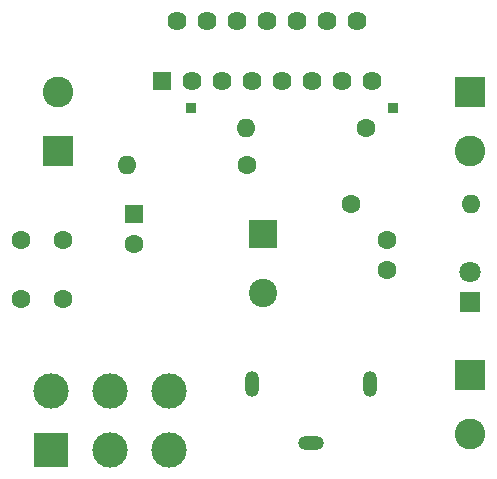
<source format=gbr>
%TF.GenerationSoftware,KiCad,Pcbnew,8.0.1*%
%TF.CreationDate,2024-06-17T12:02:08-07:00*%
%TF.ProjectId,TDA7297_PCB,54444137-3239-4375-9f50-43422e6b6963,rev?*%
%TF.SameCoordinates,Original*%
%TF.FileFunction,Copper,L1,Top*%
%TF.FilePolarity,Positive*%
%FSLAX46Y46*%
G04 Gerber Fmt 4.6, Leading zero omitted, Abs format (unit mm)*
G04 Created by KiCad (PCBNEW 8.0.1) date 2024-06-17 12:02:08*
%MOMM*%
%LPD*%
G01*
G04 APERTURE LIST*
%TA.AperFunction,ComponentPad*%
%ADD10C,1.600000*%
%TD*%
%TA.AperFunction,ComponentPad*%
%ADD11O,1.600000X1.600000*%
%TD*%
%TA.AperFunction,ComponentPad*%
%ADD12R,2.600000X2.600000*%
%TD*%
%TA.AperFunction,ComponentPad*%
%ADD13C,2.600000*%
%TD*%
%TA.AperFunction,ComponentPad*%
%ADD14R,1.620000X1.620000*%
%TD*%
%TA.AperFunction,ComponentPad*%
%ADD15C,1.620000*%
%TD*%
%TA.AperFunction,ComponentPad*%
%ADD16R,3.000000X3.000000*%
%TD*%
%TA.AperFunction,ComponentPad*%
%ADD17C,3.000000*%
%TD*%
%TA.AperFunction,ComponentPad*%
%ADD18R,0.850000X0.850000*%
%TD*%
%TA.AperFunction,ComponentPad*%
%ADD19R,1.800000X1.800000*%
%TD*%
%TA.AperFunction,ComponentPad*%
%ADD20C,1.800000*%
%TD*%
%TA.AperFunction,ComponentPad*%
%ADD21R,2.400000X2.400000*%
%TD*%
%TA.AperFunction,ComponentPad*%
%ADD22C,2.400000*%
%TD*%
%TA.AperFunction,ComponentPad*%
%ADD23O,1.200000X2.200000*%
%TD*%
%TA.AperFunction,ComponentPad*%
%ADD24O,2.200000X1.200000*%
%TD*%
%TA.AperFunction,ComponentPad*%
%ADD25R,1.600000X1.600000*%
%TD*%
G04 APERTURE END LIST*
D10*
%TO.P,R3,1*%
%TO.N,+12V*%
X133420000Y-113500000D03*
D11*
%TO.P,R3,2*%
%TO.N,Net-(D1-A)*%
X143580000Y-113500000D03*
%TD*%
D12*
%TO.P,J1,1,Pin_1*%
%TO.N,+12V*%
X143500000Y-128000000D03*
D13*
%TO.P,J1,2,Pin_2*%
%TO.N,GND*%
X143500000Y-133000000D03*
%TD*%
D10*
%TO.P,R2,1*%
%TO.N,Net-(U1-MUTE)*%
X124572500Y-110200000D03*
D11*
%TO.P,R2,2*%
%TO.N,GND*%
X114412500Y-110200000D03*
%TD*%
D14*
%TO.P,U1,1,OUT1_P*%
%TO.N,Net-(J2-Pin_1)*%
X117387500Y-103080000D03*
D15*
%TO.P,U1,2,OUT1_M*%
%TO.N,Net-(J2-Pin_2)*%
X118657500Y-98000000D03*
%TO.P,U1,3,VCC*%
%TO.N,Net-(J5-Pin_1)*%
X119927500Y-103080000D03*
%TO.P,U1,4,IN1*%
%TO.N,Net-(U1-IN1)*%
X121197500Y-98000000D03*
%TO.P,U1,5*%
%TO.N,N/C*%
X122467500Y-103080000D03*
%TO.P,U1,6,MUTE*%
%TO.N,Net-(U1-MUTE)*%
X123737500Y-98000000D03*
%TO.P,U1,7,ST-BY*%
X125007500Y-103080000D03*
%TO.P,U1,8,PW-GND*%
%TO.N,GND*%
X126277500Y-98000000D03*
%TO.P,U1,9,S-GND*%
X127547500Y-103080000D03*
%TO.P,U1,10*%
%TO.N,N/C*%
X128817500Y-98000000D03*
%TO.P,U1,11*%
X130087500Y-103080000D03*
%TO.P,U1,12,IN2*%
%TO.N,Net-(U1-IN2)*%
X131357500Y-98000000D03*
%TO.P,U1,13,VCC*%
%TO.N,+12V*%
X132627500Y-103080000D03*
%TO.P,U1,14,OUT2_M*%
%TO.N,Net-(J3-Pin_1)*%
X133897500Y-98000000D03*
%TO.P,U1,15,OUT2_P*%
%TO.N,Net-(J3-Pin_2)*%
X135167500Y-103080000D03*
%TD*%
D16*
%TO.P,RV1,1,1*%
%TO.N,GND*%
X108000000Y-134305000D03*
D17*
%TO.P,RV1,2,2*%
%TO.N,/IN1*%
X113000000Y-134305000D03*
%TO.P,RV1,3,3*%
%TO.N,/L*%
X118000000Y-134305000D03*
%TO.P,RV1,4,4*%
%TO.N,GND*%
X108000000Y-129305000D03*
%TO.P,RV1,5,5*%
%TO.N,/IN2*%
X113000000Y-129305000D03*
%TO.P,RV1,6,6*%
%TO.N,/R*%
X118000000Y-129305000D03*
%TD*%
D18*
%TO.P,J6,1,Pin_1*%
%TO.N,+12V*%
X136995000Y-105400000D03*
%TD*%
%TO.P,J5,1,Pin_1*%
%TO.N,Net-(J5-Pin_1)*%
X119895000Y-105400000D03*
%TD*%
D19*
%TO.P,D1,1,K*%
%TO.N,GND*%
X143500000Y-121775000D03*
D20*
%TO.P,D1,2,A*%
%TO.N,Net-(D1-A)*%
X143500000Y-119235000D03*
%TD*%
D10*
%TO.P,C2,1*%
%TO.N,/IN1*%
X105500000Y-121500000D03*
%TO.P,C2,2*%
%TO.N,Net-(U1-IN1)*%
X105500000Y-116500000D03*
%TD*%
%TO.P,R1,1*%
%TO.N,+12V*%
X134652500Y-107040000D03*
D11*
%TO.P,R1,2*%
%TO.N,Net-(U1-MUTE)*%
X124492500Y-107040000D03*
%TD*%
D12*
%TO.P,J2,1,Pin_1*%
%TO.N,Net-(J2-Pin_1)*%
X108610000Y-108970000D03*
D13*
%TO.P,J2,2,Pin_2*%
%TO.N,Net-(J2-Pin_2)*%
X108610000Y-103970000D03*
%TD*%
D21*
%TO.P,C4,1*%
%TO.N,+12V*%
X126000000Y-116040000D03*
D22*
%TO.P,C4,2*%
%TO.N,GND*%
X126000000Y-121040000D03*
%TD*%
D10*
%TO.P,C5,1*%
%TO.N,+12V*%
X136500000Y-116540000D03*
%TO.P,C5,2*%
%TO.N,GND*%
X136500000Y-119040000D03*
%TD*%
D23*
%TO.P,J4,R*%
%TO.N,/R*%
X125000000Y-128705000D03*
D24*
%TO.P,J4,S*%
%TO.N,GND*%
X130000000Y-133705000D03*
D23*
%TO.P,J4,T*%
%TO.N,/L*%
X135000000Y-128705000D03*
%TD*%
D25*
%TO.P,C1,1*%
%TO.N,Net-(U1-MUTE)*%
X115000000Y-114334888D03*
D10*
%TO.P,C1,2*%
%TO.N,GND*%
X115000000Y-116834888D03*
%TD*%
%TO.P,C3,1*%
%TO.N,/IN2*%
X109000000Y-121500000D03*
%TO.P,C3,2*%
%TO.N,Net-(U1-IN2)*%
X109000000Y-116500000D03*
%TD*%
D12*
%TO.P,J3,1,Pin_1*%
%TO.N,Net-(J3-Pin_1)*%
X143500000Y-103970000D03*
D13*
%TO.P,J3,2,Pin_2*%
%TO.N,Net-(J3-Pin_2)*%
X143500000Y-108970000D03*
%TD*%
M02*

</source>
